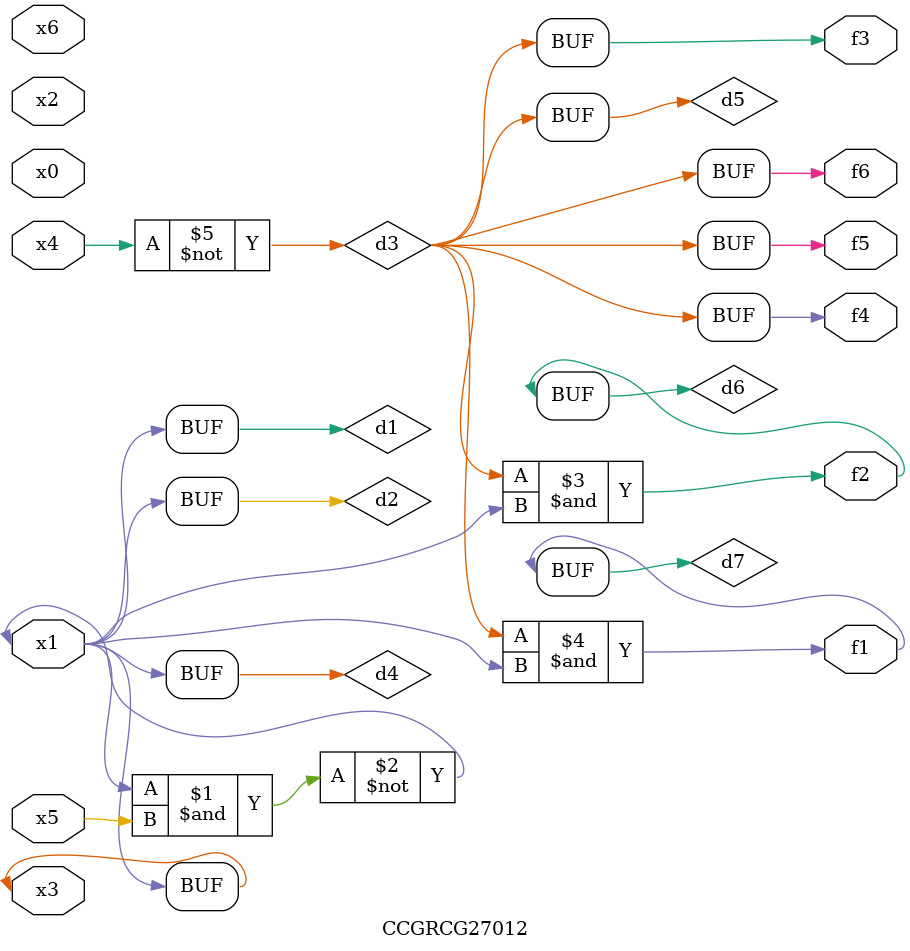
<source format=v>
module CCGRCG27012(
	input x0, x1, x2, x3, x4, x5, x6,
	output f1, f2, f3, f4, f5, f6
);

	wire d1, d2, d3, d4, d5, d6, d7;

	buf (d1, x1, x3);
	nand (d2, x1, x5);
	not (d3, x4);
	buf (d4, d1, d2);
	buf (d5, d3);
	and (d6, d3, d4);
	and (d7, d3, d4);
	assign f1 = d7;
	assign f2 = d6;
	assign f3 = d5;
	assign f4 = d5;
	assign f5 = d5;
	assign f6 = d5;
endmodule

</source>
